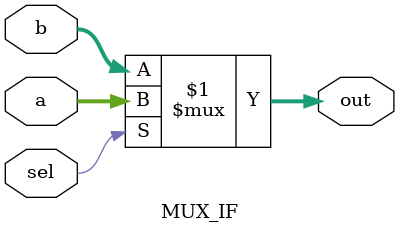
<source format=v>
`timescale 1ns / 1ps

module MUX_IF
#(parameter N = 32)(
input [N-1:0] a,b,
input sel,
output [N-1:0] out
    );
assign out = sel?a:b; 
   
endmodule


</source>
